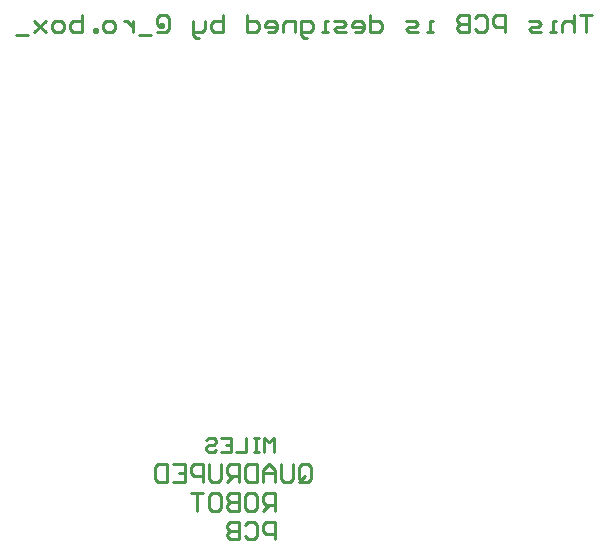
<source format=gbo>
%FSTAX23Y23*%
%MOIN*%
%SFA1B1*%

%IPPOS*%
%ADD30C,0.010000*%
%LNqudruped_nano-1*%
%LPD*%
G54D30*
X04105Y02016D02*
Y02056D01*
X04115Y02066*
X04135*
X04145Y02056*
Y02016*
X04135Y02006*
X04115*
X04125Y02026D02*
X04105Y02006D01*
X04115D02*
X04105Y02016D01*
X04085Y02066D02*
Y02016D01*
X04075Y02006*
X04055*
X04045Y02016*
Y02066*
X04025Y02006D02*
Y02046D01*
X04005Y02066*
X03985Y02046*
Y02006*
Y02036*
X04025*
X03965Y02066D02*
Y02006D01*
X03935*
X03925Y02016*
Y02056*
X03935Y02066*
X03965*
X03905Y02006D02*
Y02066D01*
X03875*
X03865Y02056*
Y02036*
X03875Y02026*
X03905*
X03885D02*
X03865Y02006D01*
X03845Y02066D02*
Y02016D01*
X03835Y02006*
X03815*
X03805Y02016*
Y02066*
X03785Y02006D02*
Y02066D01*
X03755*
X03745Y02056*
Y02036*
X03755Y02026*
X03785*
X03685Y02066D02*
X03725D01*
Y02006*
X03685*
X03725Y02036D02*
X03705D01*
X03665Y02066D02*
Y02006D01*
X03635*
X03625Y02016*
Y02056*
X03635Y02066*
X03665*
X04025Y0191D02*
Y0197D01*
X03995*
X03985Y0196*
Y0194*
X03995Y0193*
X04025*
X04005D02*
X03985Y0191D01*
X03935Y0197D02*
X03955D01*
X03965Y0196*
Y0192*
X03955Y0191*
X03935*
X03925Y0192*
Y0196*
X03935Y0197*
X03905D02*
Y0191D01*
X03875*
X03865Y0192*
Y0193*
X03875Y0194*
X03905*
X03875*
X03865Y0195*
Y0196*
X03875Y0197*
X03905*
X03815D02*
X03835D01*
X03845Y0196*
Y0192*
X03835Y0191*
X03815*
X03805Y0192*
Y0196*
X03815Y0197*
X03785D02*
X03745D01*
X03765*
Y0191*
X04025Y01815D02*
Y01874D01*
X03995*
X03985Y01864*
Y01844*
X03995Y01834*
X04025*
X03925Y01864D02*
X03935Y01874D01*
X03955*
X03965Y01864*
Y01825*
X03955Y01815*
X03935*
X03925Y01825*
X03905Y01874D02*
Y01815D01*
X03875*
X03865Y01825*
Y01834*
X03875Y01844*
X03905*
X03875*
X03865Y01854*
Y01864*
X03875Y01874*
X03905*
X0402Y02105D02*
Y02154D01*
X04003Y02138*
X03986Y02154*
Y02105*
X0397Y02154D02*
X03953D01*
X03961*
Y02105*
X0397*
X03953*
X03928Y02154D02*
Y02105D01*
X03895*
X03845Y02154D02*
X03878D01*
Y02105*
X03845*
X03878Y02129D02*
X03861D01*
X03795Y02146D02*
X03803Y02154D01*
X0382*
X03828Y02146*
Y02138*
X0382Y02129*
X03803*
X03795Y02121*
Y02113*
X03803Y02105*
X0382*
X03828Y02113*
X0508Y03564D02*
X0504D01*
X0506*
Y03505*
X0502Y03564D02*
Y03505D01*
Y03534*
X0501Y03544*
X0499*
X0498Y03534*
Y03505*
X0496D02*
X0494D01*
X0495*
Y03544*
X0496*
X0491Y03505D02*
X0488D01*
X0487Y03515*
X0488Y03524*
X049*
X0491Y03534*
X049Y03544*
X0487*
X0479Y03505D02*
Y03564D01*
X0476*
X0475Y03554*
Y03534*
X0476Y03524*
X0479*
X0469Y03554D02*
X047Y03564D01*
X0472*
X0473Y03554*
Y03515*
X0472Y03505*
X047*
X0469Y03515*
X0467Y03564D02*
Y03505D01*
X0464*
X0463Y03515*
Y03524*
X0464Y03534*
X0467*
X0464*
X0463Y03544*
Y03554*
X0464Y03564*
X0467*
X0455Y03505D02*
X0453D01*
X0454*
Y03544*
X0455*
X045Y03505D02*
X0447D01*
X0446Y03515*
X0447Y03524*
X0449*
X045Y03534*
X0449Y03544*
X0446*
X0434Y03564D02*
Y03505D01*
X0437*
X0438Y03515*
Y03534*
X0437Y03544*
X0434*
X0429Y03505D02*
X0431D01*
X0432Y03515*
Y03534*
X0431Y03544*
X0429*
X0428Y03534*
Y03524*
X0432*
X0426Y03505D02*
X0423D01*
X0422Y03515*
X0423Y03524*
X0425*
X0426Y03534*
X0425Y03544*
X0422*
X042Y03505D02*
X0418D01*
X0419*
Y03544*
X042*
X0413Y03485D02*
X0412D01*
X0411Y03495*
Y03544*
X0414*
X0415Y03534*
Y03515*
X0414Y03505*
X0411*
X0409D02*
Y03544D01*
X0406*
X0405Y03534*
Y03505*
X04D02*
X0402D01*
X0403Y03515*
Y03534*
X0402Y03544*
X04*
X0399Y03534*
Y03524*
X0403*
X0393Y03564D02*
Y03505D01*
X0396*
X0397Y03515*
Y03534*
X0396Y03544*
X0393*
X0385Y03564D02*
Y03505D01*
X0382*
X0381Y03515*
Y03524*
Y03534*
X0382Y03544*
X0385*
X0379D02*
Y03515D01*
X0378Y03505*
X0375*
Y03495*
X0376Y03485*
X0377*
X0375Y03505D02*
Y03544D01*
X0364Y03524D02*
Y03534D01*
X0365*
Y03524*
X0364*
X0363Y03534*
Y03554*
X0364Y03564*
X0366*
X0367Y03554*
Y03515*
X0366Y03505*
X0363*
X0361Y03495D02*
X0357D01*
X0355Y03544D02*
Y03505D01*
Y03524*
X0354Y03534*
X0353Y03544*
X0352*
X0348Y03505D02*
X0346D01*
X0345Y03515*
Y03534*
X0346Y03544*
X0348*
X0349Y03534*
Y03515*
X0348Y03505*
X0343D02*
Y03515D01*
X0342*
Y03505*
X0343*
X0338Y03564D02*
Y03505D01*
X0335*
X0334Y03515*
Y03524*
Y03534*
X0335Y03544*
X0338*
X0331Y03505D02*
X0329D01*
X0328Y03515*
Y03534*
X0329Y03544*
X0331*
X0332Y03534*
Y03515*
X0331Y03505*
X0326Y03544D02*
X0322Y03505D01*
X0324Y03524*
X0322Y03544*
X0326Y03505*
X032Y03495D02*
X0316D01*
M02*
</source>
